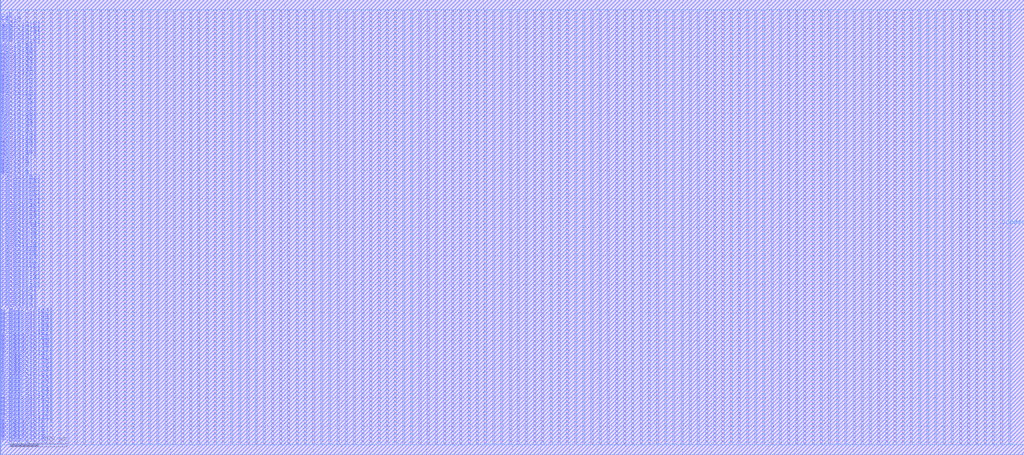
<source format=lef>
VERSION 5.7 ;
BUSBITCHARS "[]" ;
MACRO fakeram130_512x64
  FOREIGN fakeram130_512x64 0 0 ;
  SYMMETRY X Y R90 ;
  SIZE 1800.000 BY 800.000 ;
  CLASS BLOCK ;
  PIN w_mask_in[0]
    DIRECTION INPUT ;
    USE SIGNAL ;
    SHAPE ABUTMENT ;
    PORT
      LAYER met3 ;
      RECT 0.000 17.550 0.900 18.450 ;
    END
  END w_mask_in[0]
  PIN w_mask_in[1]
    DIRECTION INPUT ;
    USE SIGNAL ;
    SHAPE ABUTMENT ;
    PORT
      LAYER met3 ;
      RECT 0.000 21.150 0.900 22.050 ;
    END
  END w_mask_in[1]
  PIN w_mask_in[2]
    DIRECTION INPUT ;
    USE SIGNAL ;
    SHAPE ABUTMENT ;
    PORT
      LAYER met3 ;
      RECT 0.000 24.750 0.900 25.650 ;
    END
  END w_mask_in[2]
  PIN w_mask_in[3]
    DIRECTION INPUT ;
    USE SIGNAL ;
    SHAPE ABUTMENT ;
    PORT
      LAYER met3 ;
      RECT 0.000 28.350 0.900 29.250 ;
    END
  END w_mask_in[3]
  PIN w_mask_in[4]
    DIRECTION INPUT ;
    USE SIGNAL ;
    SHAPE ABUTMENT ;
    PORT
      LAYER met3 ;
      RECT 0.000 31.950 0.900 32.850 ;
    END
  END w_mask_in[4]
  PIN w_mask_in[5]
    DIRECTION INPUT ;
    USE SIGNAL ;
    SHAPE ABUTMENT ;
    PORT
      LAYER met3 ;
      RECT 0.000 35.550 0.900 36.450 ;
    END
  END w_mask_in[5]
  PIN w_mask_in[6]
    DIRECTION INPUT ;
    USE SIGNAL ;
    SHAPE ABUTMENT ;
    PORT
      LAYER met3 ;
      RECT 0.000 39.150 0.900 40.050 ;
    END
  END w_mask_in[6]
  PIN w_mask_in[7]
    DIRECTION INPUT ;
    USE SIGNAL ;
    SHAPE ABUTMENT ;
    PORT
      LAYER met3 ;
      RECT 0.000 42.750 0.900 43.650 ;
    END
  END w_mask_in[7]
  PIN w_mask_in[8]
    DIRECTION INPUT ;
    USE SIGNAL ;
    SHAPE ABUTMENT ;
    PORT
      LAYER met3 ;
      RECT 0.000 46.350 0.900 47.250 ;
    END
  END w_mask_in[8]
  PIN w_mask_in[9]
    DIRECTION INPUT ;
    USE SIGNAL ;
    SHAPE ABUTMENT ;
    PORT
      LAYER met3 ;
      RECT 0.000 49.950 0.900 50.850 ;
    END
  END w_mask_in[9]
  PIN w_mask_in[10]
    DIRECTION INPUT ;
    USE SIGNAL ;
    SHAPE ABUTMENT ;
    PORT
      LAYER met3 ;
      RECT 0.000 53.550 0.900 54.450 ;
    END
  END w_mask_in[10]
  PIN w_mask_in[11]
    DIRECTION INPUT ;
    USE SIGNAL ;
    SHAPE ABUTMENT ;
    PORT
      LAYER met3 ;
      RECT 0.000 57.150 0.900 58.050 ;
    END
  END w_mask_in[11]
  PIN w_mask_in[12]
    DIRECTION INPUT ;
    USE SIGNAL ;
    SHAPE ABUTMENT ;
    PORT
      LAYER met3 ;
      RECT 0.000 60.750 0.900 61.650 ;
    END
  END w_mask_in[12]
  PIN w_mask_in[13]
    DIRECTION INPUT ;
    USE SIGNAL ;
    SHAPE ABUTMENT ;
    PORT
      LAYER met3 ;
      RECT 0.000 64.350 0.900 65.250 ;
    END
  END w_mask_in[13]
  PIN w_mask_in[14]
    DIRECTION INPUT ;
    USE SIGNAL ;
    SHAPE ABUTMENT ;
    PORT
      LAYER met3 ;
      RECT 0.000 67.950 0.900 68.850 ;
    END
  END w_mask_in[14]
  PIN w_mask_in[15]
    DIRECTION INPUT ;
    USE SIGNAL ;
    SHAPE ABUTMENT ;
    PORT
      LAYER met3 ;
      RECT 0.000 71.550 0.900 72.450 ;
    END
  END w_mask_in[15]
  PIN w_mask_in[16]
    DIRECTION INPUT ;
    USE SIGNAL ;
    SHAPE ABUTMENT ;
    PORT
      LAYER met3 ;
      RECT 0.000 75.150 0.900 76.050 ;
    END
  END w_mask_in[16]
  PIN w_mask_in[17]
    DIRECTION INPUT ;
    USE SIGNAL ;
    SHAPE ABUTMENT ;
    PORT
      LAYER met3 ;
      RECT 0.000 78.750 0.900 79.650 ;
    END
  END w_mask_in[17]
  PIN w_mask_in[18]
    DIRECTION INPUT ;
    USE SIGNAL ;
    SHAPE ABUTMENT ;
    PORT
      LAYER met3 ;
      RECT 0.000 82.350 0.900 83.250 ;
    END
  END w_mask_in[18]
  PIN w_mask_in[19]
    DIRECTION INPUT ;
    USE SIGNAL ;
    SHAPE ABUTMENT ;
    PORT
      LAYER met3 ;
      RECT 0.000 85.950 0.900 86.850 ;
    END
  END w_mask_in[19]
  PIN w_mask_in[20]
    DIRECTION INPUT ;
    USE SIGNAL ;
    SHAPE ABUTMENT ;
    PORT
      LAYER met3 ;
      RECT 0.000 89.550 0.900 90.450 ;
    END
  END w_mask_in[20]
  PIN w_mask_in[21]
    DIRECTION INPUT ;
    USE SIGNAL ;
    SHAPE ABUTMENT ;
    PORT
      LAYER met3 ;
      RECT 0.000 93.150 0.900 94.050 ;
    END
  END w_mask_in[21]
  PIN w_mask_in[22]
    DIRECTION INPUT ;
    USE SIGNAL ;
    SHAPE ABUTMENT ;
    PORT
      LAYER met3 ;
      RECT 0.000 96.750 0.900 97.650 ;
    END
  END w_mask_in[22]
  PIN w_mask_in[23]
    DIRECTION INPUT ;
    USE SIGNAL ;
    SHAPE ABUTMENT ;
    PORT
      LAYER met3 ;
      RECT 0.000 100.350 0.900 101.250 ;
    END
  END w_mask_in[23]
  PIN w_mask_in[24]
    DIRECTION INPUT ;
    USE SIGNAL ;
    SHAPE ABUTMENT ;
    PORT
      LAYER met3 ;
      RECT 0.000 103.950 0.900 104.850 ;
    END
  END w_mask_in[24]
  PIN w_mask_in[25]
    DIRECTION INPUT ;
    USE SIGNAL ;
    SHAPE ABUTMENT ;
    PORT
      LAYER met3 ;
      RECT 0.000 107.550 0.900 108.450 ;
    END
  END w_mask_in[25]
  PIN w_mask_in[26]
    DIRECTION INPUT ;
    USE SIGNAL ;
    SHAPE ABUTMENT ;
    PORT
      LAYER met3 ;
      RECT 0.000 111.150 0.900 112.050 ;
    END
  END w_mask_in[26]
  PIN w_mask_in[27]
    DIRECTION INPUT ;
    USE SIGNAL ;
    SHAPE ABUTMENT ;
    PORT
      LAYER met3 ;
      RECT 0.000 114.750 0.900 115.650 ;
    END
  END w_mask_in[27]
  PIN w_mask_in[28]
    DIRECTION INPUT ;
    USE SIGNAL ;
    SHAPE ABUTMENT ;
    PORT
      LAYER met3 ;
      RECT 0.000 118.350 0.900 119.250 ;
    END
  END w_mask_in[28]
  PIN w_mask_in[29]
    DIRECTION INPUT ;
    USE SIGNAL ;
    SHAPE ABUTMENT ;
    PORT
      LAYER met3 ;
      RECT 0.000 121.950 0.900 122.850 ;
    END
  END w_mask_in[29]
  PIN w_mask_in[30]
    DIRECTION INPUT ;
    USE SIGNAL ;
    SHAPE ABUTMENT ;
    PORT
      LAYER met3 ;
      RECT 0.000 125.550 0.900 126.450 ;
    END
  END w_mask_in[30]
  PIN w_mask_in[31]
    DIRECTION INPUT ;
    USE SIGNAL ;
    SHAPE ABUTMENT ;
    PORT
      LAYER met3 ;
      RECT 0.000 129.150 0.900 130.050 ;
    END
  END w_mask_in[31]
  PIN w_mask_in[32]
    DIRECTION INPUT ;
    USE SIGNAL ;
    SHAPE ABUTMENT ;
    PORT
      LAYER met3 ;
      RECT 0.000 132.750 0.900 133.650 ;
    END
  END w_mask_in[32]
  PIN w_mask_in[33]
    DIRECTION INPUT ;
    USE SIGNAL ;
    SHAPE ABUTMENT ;
    PORT
      LAYER met3 ;
      RECT 0.000 136.350 0.900 137.250 ;
    END
  END w_mask_in[33]
  PIN w_mask_in[34]
    DIRECTION INPUT ;
    USE SIGNAL ;
    SHAPE ABUTMENT ;
    PORT
      LAYER met3 ;
      RECT 0.000 139.950 0.900 140.850 ;
    END
  END w_mask_in[34]
  PIN w_mask_in[35]
    DIRECTION INPUT ;
    USE SIGNAL ;
    SHAPE ABUTMENT ;
    PORT
      LAYER met3 ;
      RECT 0.000 143.550 0.900 144.450 ;
    END
  END w_mask_in[35]
  PIN w_mask_in[36]
    DIRECTION INPUT ;
    USE SIGNAL ;
    SHAPE ABUTMENT ;
    PORT
      LAYER met3 ;
      RECT 0.000 147.150 0.900 148.050 ;
    END
  END w_mask_in[36]
  PIN w_mask_in[37]
    DIRECTION INPUT ;
    USE SIGNAL ;
    SHAPE ABUTMENT ;
    PORT
      LAYER met3 ;
      RECT 0.000 150.750 0.900 151.650 ;
    END
  END w_mask_in[37]
  PIN w_mask_in[38]
    DIRECTION INPUT ;
    USE SIGNAL ;
    SHAPE ABUTMENT ;
    PORT
      LAYER met3 ;
      RECT 0.000 154.350 0.900 155.250 ;
    END
  END w_mask_in[38]
  PIN w_mask_in[39]
    DIRECTION INPUT ;
    USE SIGNAL ;
    SHAPE ABUTMENT ;
    PORT
      LAYER met3 ;
      RECT 0.000 157.950 0.900 158.850 ;
    END
  END w_mask_in[39]
  PIN w_mask_in[40]
    DIRECTION INPUT ;
    USE SIGNAL ;
    SHAPE ABUTMENT ;
    PORT
      LAYER met3 ;
      RECT 0.000 161.550 0.900 162.450 ;
    END
  END w_mask_in[40]
  PIN w_mask_in[41]
    DIRECTION INPUT ;
    USE SIGNAL ;
    SHAPE ABUTMENT ;
    PORT
      LAYER met3 ;
      RECT 0.000 165.150 0.900 166.050 ;
    END
  END w_mask_in[41]
  PIN w_mask_in[42]
    DIRECTION INPUT ;
    USE SIGNAL ;
    SHAPE ABUTMENT ;
    PORT
      LAYER met3 ;
      RECT 0.000 168.750 0.900 169.650 ;
    END
  END w_mask_in[42]
  PIN w_mask_in[43]
    DIRECTION INPUT ;
    USE SIGNAL ;
    SHAPE ABUTMENT ;
    PORT
      LAYER met3 ;
      RECT 0.000 172.350 0.900 173.250 ;
    END
  END w_mask_in[43]
  PIN w_mask_in[44]
    DIRECTION INPUT ;
    USE SIGNAL ;
    SHAPE ABUTMENT ;
    PORT
      LAYER met3 ;
      RECT 0.000 175.950 0.900 176.850 ;
    END
  END w_mask_in[44]
  PIN w_mask_in[45]
    DIRECTION INPUT ;
    USE SIGNAL ;
    SHAPE ABUTMENT ;
    PORT
      LAYER met3 ;
      RECT 0.000 179.550 0.900 180.450 ;
    END
  END w_mask_in[45]
  PIN w_mask_in[46]
    DIRECTION INPUT ;
    USE SIGNAL ;
    SHAPE ABUTMENT ;
    PORT
      LAYER met3 ;
      RECT 0.000 183.150 0.900 184.050 ;
    END
  END w_mask_in[46]
  PIN w_mask_in[47]
    DIRECTION INPUT ;
    USE SIGNAL ;
    SHAPE ABUTMENT ;
    PORT
      LAYER met3 ;
      RECT 0.000 186.750 0.900 187.650 ;
    END
  END w_mask_in[47]
  PIN w_mask_in[48]
    DIRECTION INPUT ;
    USE SIGNAL ;
    SHAPE ABUTMENT ;
    PORT
      LAYER met3 ;
      RECT 0.000 190.350 0.900 191.250 ;
    END
  END w_mask_in[48]
  PIN w_mask_in[49]
    DIRECTION INPUT ;
    USE SIGNAL ;
    SHAPE ABUTMENT ;
    PORT
      LAYER met3 ;
      RECT 0.000 193.950 0.900 194.850 ;
    END
  END w_mask_in[49]
  PIN w_mask_in[50]
    DIRECTION INPUT ;
    USE SIGNAL ;
    SHAPE ABUTMENT ;
    PORT
      LAYER met3 ;
      RECT 0.000 197.550 0.900 198.450 ;
    END
  END w_mask_in[50]
  PIN w_mask_in[51]
    DIRECTION INPUT ;
    USE SIGNAL ;
    SHAPE ABUTMENT ;
    PORT
      LAYER met3 ;
      RECT 0.000 201.150 0.900 202.050 ;
    END
  END w_mask_in[51]
  PIN w_mask_in[52]
    DIRECTION INPUT ;
    USE SIGNAL ;
    SHAPE ABUTMENT ;
    PORT
      LAYER met3 ;
      RECT 0.000 204.750 0.900 205.650 ;
    END
  END w_mask_in[52]
  PIN w_mask_in[53]
    DIRECTION INPUT ;
    USE SIGNAL ;
    SHAPE ABUTMENT ;
    PORT
      LAYER met3 ;
      RECT 0.000 208.350 0.900 209.250 ;
    END
  END w_mask_in[53]
  PIN w_mask_in[54]
    DIRECTION INPUT ;
    USE SIGNAL ;
    SHAPE ABUTMENT ;
    PORT
      LAYER met3 ;
      RECT 0.000 211.950 0.900 212.850 ;
    END
  END w_mask_in[54]
  PIN w_mask_in[55]
    DIRECTION INPUT ;
    USE SIGNAL ;
    SHAPE ABUTMENT ;
    PORT
      LAYER met3 ;
      RECT 0.000 215.550 0.900 216.450 ;
    END
  END w_mask_in[55]
  PIN w_mask_in[56]
    DIRECTION INPUT ;
    USE SIGNAL ;
    SHAPE ABUTMENT ;
    PORT
      LAYER met3 ;
      RECT 0.000 219.150 0.900 220.050 ;
    END
  END w_mask_in[56]
  PIN w_mask_in[57]
    DIRECTION INPUT ;
    USE SIGNAL ;
    SHAPE ABUTMENT ;
    PORT
      LAYER met3 ;
      RECT 0.000 222.750 0.900 223.650 ;
    END
  END w_mask_in[57]
  PIN w_mask_in[58]
    DIRECTION INPUT ;
    USE SIGNAL ;
    SHAPE ABUTMENT ;
    PORT
      LAYER met3 ;
      RECT 0.000 226.350 0.900 227.250 ;
    END
  END w_mask_in[58]
  PIN w_mask_in[59]
    DIRECTION INPUT ;
    USE SIGNAL ;
    SHAPE ABUTMENT ;
    PORT
      LAYER met3 ;
      RECT 0.000 229.950 0.900 230.850 ;
    END
  END w_mask_in[59]
  PIN w_mask_in[60]
    DIRECTION INPUT ;
    USE SIGNAL ;
    SHAPE ABUTMENT ;
    PORT
      LAYER met3 ;
      RECT 0.000 233.550 0.900 234.450 ;
    END
  END w_mask_in[60]
  PIN w_mask_in[61]
    DIRECTION INPUT ;
    USE SIGNAL ;
    SHAPE ABUTMENT ;
    PORT
      LAYER met3 ;
      RECT 0.000 237.150 0.900 238.050 ;
    END
  END w_mask_in[61]
  PIN w_mask_in[62]
    DIRECTION INPUT ;
    USE SIGNAL ;
    SHAPE ABUTMENT ;
    PORT
      LAYER met3 ;
      RECT 0.000 240.750 0.900 241.650 ;
    END
  END w_mask_in[62]
  PIN w_mask_in[63]
    DIRECTION INPUT ;
    USE SIGNAL ;
    SHAPE ABUTMENT ;
    PORT
      LAYER met3 ;
      RECT 0.000 244.350 0.900 245.250 ;
    END
  END w_mask_in[63]
  PIN rd_out[0]
    DIRECTION OUTPUT ;
    USE SIGNAL ;
    SHAPE ABUTMENT ;
    PORT
      LAYER met3 ;
      RECT 0.000 251.550 0.900 252.450 ;
    END
  END rd_out[0]
  PIN rd_out[1]
    DIRECTION OUTPUT ;
    USE SIGNAL ;
    SHAPE ABUTMENT ;
    PORT
      LAYER met3 ;
      RECT 0.000 255.150 0.900 256.050 ;
    END
  END rd_out[1]
  PIN rd_out[2]
    DIRECTION OUTPUT ;
    USE SIGNAL ;
    SHAPE ABUTMENT ;
    PORT
      LAYER met3 ;
      RECT 0.000 258.750 0.900 259.650 ;
    END
  END rd_out[2]
  PIN rd_out[3]
    DIRECTION OUTPUT ;
    USE SIGNAL ;
    SHAPE ABUTMENT ;
    PORT
      LAYER met3 ;
      RECT 0.000 262.350 0.900 263.250 ;
    END
  END rd_out[3]
  PIN rd_out[4]
    DIRECTION OUTPUT ;
    USE SIGNAL ;
    SHAPE ABUTMENT ;
    PORT
      LAYER met3 ;
      RECT 0.000 265.950 0.900 266.850 ;
    END
  END rd_out[4]
  PIN rd_out[5]
    DIRECTION OUTPUT ;
    USE SIGNAL ;
    SHAPE ABUTMENT ;
    PORT
      LAYER met3 ;
      RECT 0.000 269.550 0.900 270.450 ;
    END
  END rd_out[5]
  PIN rd_out[6]
    DIRECTION OUTPUT ;
    USE SIGNAL ;
    SHAPE ABUTMENT ;
    PORT
      LAYER met3 ;
      RECT 0.000 273.150 0.900 274.050 ;
    END
  END rd_out[6]
  PIN rd_out[7]
    DIRECTION OUTPUT ;
    USE SIGNAL ;
    SHAPE ABUTMENT ;
    PORT
      LAYER met3 ;
      RECT 0.000 276.750 0.900 277.650 ;
    END
  END rd_out[7]
  PIN rd_out[8]
    DIRECTION OUTPUT ;
    USE SIGNAL ;
    SHAPE ABUTMENT ;
    PORT
      LAYER met3 ;
      RECT 0.000 280.350 0.900 281.250 ;
    END
  END rd_out[8]
  PIN rd_out[9]
    DIRECTION OUTPUT ;
    USE SIGNAL ;
    SHAPE ABUTMENT ;
    PORT
      LAYER met3 ;
      RECT 0.000 283.950 0.900 284.850 ;
    END
  END rd_out[9]
  PIN rd_out[10]
    DIRECTION OUTPUT ;
    USE SIGNAL ;
    SHAPE ABUTMENT ;
    PORT
      LAYER met3 ;
      RECT 0.000 287.550 0.900 288.450 ;
    END
  END rd_out[10]
  PIN rd_out[11]
    DIRECTION OUTPUT ;
    USE SIGNAL ;
    SHAPE ABUTMENT ;
    PORT
      LAYER met3 ;
      RECT 0.000 291.150 0.900 292.050 ;
    END
  END rd_out[11]
  PIN rd_out[12]
    DIRECTION OUTPUT ;
    USE SIGNAL ;
    SHAPE ABUTMENT ;
    PORT
      LAYER met3 ;
      RECT 0.000 294.750 0.900 295.650 ;
    END
  END rd_out[12]
  PIN rd_out[13]
    DIRECTION OUTPUT ;
    USE SIGNAL ;
    SHAPE ABUTMENT ;
    PORT
      LAYER met3 ;
      RECT 0.000 298.350 0.900 299.250 ;
    END
  END rd_out[13]
  PIN rd_out[14]
    DIRECTION OUTPUT ;
    USE SIGNAL ;
    SHAPE ABUTMENT ;
    PORT
      LAYER met3 ;
      RECT 0.000 301.950 0.900 302.850 ;
    END
  END rd_out[14]
  PIN rd_out[15]
    DIRECTION OUTPUT ;
    USE SIGNAL ;
    SHAPE ABUTMENT ;
    PORT
      LAYER met3 ;
      RECT 0.000 305.550 0.900 306.450 ;
    END
  END rd_out[15]
  PIN rd_out[16]
    DIRECTION OUTPUT ;
    USE SIGNAL ;
    SHAPE ABUTMENT ;
    PORT
      LAYER met3 ;
      RECT 0.000 309.150 0.900 310.050 ;
    END
  END rd_out[16]
  PIN rd_out[17]
    DIRECTION OUTPUT ;
    USE SIGNAL ;
    SHAPE ABUTMENT ;
    PORT
      LAYER met3 ;
      RECT 0.000 312.750 0.900 313.650 ;
    END
  END rd_out[17]
  PIN rd_out[18]
    DIRECTION OUTPUT ;
    USE SIGNAL ;
    SHAPE ABUTMENT ;
    PORT
      LAYER met3 ;
      RECT 0.000 316.350 0.900 317.250 ;
    END
  END rd_out[18]
  PIN rd_out[19]
    DIRECTION OUTPUT ;
    USE SIGNAL ;
    SHAPE ABUTMENT ;
    PORT
      LAYER met3 ;
      RECT 0.000 319.950 0.900 320.850 ;
    END
  END rd_out[19]
  PIN rd_out[20]
    DIRECTION OUTPUT ;
    USE SIGNAL ;
    SHAPE ABUTMENT ;
    PORT
      LAYER met3 ;
      RECT 0.000 323.550 0.900 324.450 ;
    END
  END rd_out[20]
  PIN rd_out[21]
    DIRECTION OUTPUT ;
    USE SIGNAL ;
    SHAPE ABUTMENT ;
    PORT
      LAYER met3 ;
      RECT 0.000 327.150 0.900 328.050 ;
    END
  END rd_out[21]
  PIN rd_out[22]
    DIRECTION OUTPUT ;
    USE SIGNAL ;
    SHAPE ABUTMENT ;
    PORT
      LAYER met3 ;
      RECT 0.000 330.750 0.900 331.650 ;
    END
  END rd_out[22]
  PIN rd_out[23]
    DIRECTION OUTPUT ;
    USE SIGNAL ;
    SHAPE ABUTMENT ;
    PORT
      LAYER met3 ;
      RECT 0.000 334.350 0.900 335.250 ;
    END
  END rd_out[23]
  PIN rd_out[24]
    DIRECTION OUTPUT ;
    USE SIGNAL ;
    SHAPE ABUTMENT ;
    PORT
      LAYER met3 ;
      RECT 0.000 337.950 0.900 338.850 ;
    END
  END rd_out[24]
  PIN rd_out[25]
    DIRECTION OUTPUT ;
    USE SIGNAL ;
    SHAPE ABUTMENT ;
    PORT
      LAYER met3 ;
      RECT 0.000 341.550 0.900 342.450 ;
    END
  END rd_out[25]
  PIN rd_out[26]
    DIRECTION OUTPUT ;
    USE SIGNAL ;
    SHAPE ABUTMENT ;
    PORT
      LAYER met3 ;
      RECT 0.000 345.150 0.900 346.050 ;
    END
  END rd_out[26]
  PIN rd_out[27]
    DIRECTION OUTPUT ;
    USE SIGNAL ;
    SHAPE ABUTMENT ;
    PORT
      LAYER met3 ;
      RECT 0.000 348.750 0.900 349.650 ;
    END
  END rd_out[27]
  PIN rd_out[28]
    DIRECTION OUTPUT ;
    USE SIGNAL ;
    SHAPE ABUTMENT ;
    PORT
      LAYER met3 ;
      RECT 0.000 352.350 0.900 353.250 ;
    END
  END rd_out[28]
  PIN rd_out[29]
    DIRECTION OUTPUT ;
    USE SIGNAL ;
    SHAPE ABUTMENT ;
    PORT
      LAYER met3 ;
      RECT 0.000 355.950 0.900 356.850 ;
    END
  END rd_out[29]
  PIN rd_out[30]
    DIRECTION OUTPUT ;
    USE SIGNAL ;
    SHAPE ABUTMENT ;
    PORT
      LAYER met3 ;
      RECT 0.000 359.550 0.900 360.450 ;
    END
  END rd_out[30]
  PIN rd_out[31]
    DIRECTION OUTPUT ;
    USE SIGNAL ;
    SHAPE ABUTMENT ;
    PORT
      LAYER met3 ;
      RECT 0.000 363.150 0.900 364.050 ;
    END
  END rd_out[31]
  PIN rd_out[32]
    DIRECTION OUTPUT ;
    USE SIGNAL ;
    SHAPE ABUTMENT ;
    PORT
      LAYER met3 ;
      RECT 0.000 366.750 0.900 367.650 ;
    END
  END rd_out[32]
  PIN rd_out[33]
    DIRECTION OUTPUT ;
    USE SIGNAL ;
    SHAPE ABUTMENT ;
    PORT
      LAYER met3 ;
      RECT 0.000 370.350 0.900 371.250 ;
    END
  END rd_out[33]
  PIN rd_out[34]
    DIRECTION OUTPUT ;
    USE SIGNAL ;
    SHAPE ABUTMENT ;
    PORT
      LAYER met3 ;
      RECT 0.000 373.950 0.900 374.850 ;
    END
  END rd_out[34]
  PIN rd_out[35]
    DIRECTION OUTPUT ;
    USE SIGNAL ;
    SHAPE ABUTMENT ;
    PORT
      LAYER met3 ;
      RECT 0.000 377.550 0.900 378.450 ;
    END
  END rd_out[35]
  PIN rd_out[36]
    DIRECTION OUTPUT ;
    USE SIGNAL ;
    SHAPE ABUTMENT ;
    PORT
      LAYER met3 ;
      RECT 0.000 381.150 0.900 382.050 ;
    END
  END rd_out[36]
  PIN rd_out[37]
    DIRECTION OUTPUT ;
    USE SIGNAL ;
    SHAPE ABUTMENT ;
    PORT
      LAYER met3 ;
      RECT 0.000 384.750 0.900 385.650 ;
    END
  END rd_out[37]
  PIN rd_out[38]
    DIRECTION OUTPUT ;
    USE SIGNAL ;
    SHAPE ABUTMENT ;
    PORT
      LAYER met3 ;
      RECT 0.000 388.350 0.900 389.250 ;
    END
  END rd_out[38]
  PIN rd_out[39]
    DIRECTION OUTPUT ;
    USE SIGNAL ;
    SHAPE ABUTMENT ;
    PORT
      LAYER met3 ;
      RECT 0.000 391.950 0.900 392.850 ;
    END
  END rd_out[39]
  PIN rd_out[40]
    DIRECTION OUTPUT ;
    USE SIGNAL ;
    SHAPE ABUTMENT ;
    PORT
      LAYER met3 ;
      RECT 0.000 395.550 0.900 396.450 ;
    END
  END rd_out[40]
  PIN rd_out[41]
    DIRECTION OUTPUT ;
    USE SIGNAL ;
    SHAPE ABUTMENT ;
    PORT
      LAYER met3 ;
      RECT 0.000 399.150 0.900 400.050 ;
    END
  END rd_out[41]
  PIN rd_out[42]
    DIRECTION OUTPUT ;
    USE SIGNAL ;
    SHAPE ABUTMENT ;
    PORT
      LAYER met3 ;
      RECT 0.000 402.750 0.900 403.650 ;
    END
  END rd_out[42]
  PIN rd_out[43]
    DIRECTION OUTPUT ;
    USE SIGNAL ;
    SHAPE ABUTMENT ;
    PORT
      LAYER met3 ;
      RECT 0.000 406.350 0.900 407.250 ;
    END
  END rd_out[43]
  PIN rd_out[44]
    DIRECTION OUTPUT ;
    USE SIGNAL ;
    SHAPE ABUTMENT ;
    PORT
      LAYER met3 ;
      RECT 0.000 409.950 0.900 410.850 ;
    END
  END rd_out[44]
  PIN rd_out[45]
    DIRECTION OUTPUT ;
    USE SIGNAL ;
    SHAPE ABUTMENT ;
    PORT
      LAYER met3 ;
      RECT 0.000 413.550 0.900 414.450 ;
    END
  END rd_out[45]
  PIN rd_out[46]
    DIRECTION OUTPUT ;
    USE SIGNAL ;
    SHAPE ABUTMENT ;
    PORT
      LAYER met3 ;
      RECT 0.000 417.150 0.900 418.050 ;
    END
  END rd_out[46]
  PIN rd_out[47]
    DIRECTION OUTPUT ;
    USE SIGNAL ;
    SHAPE ABUTMENT ;
    PORT
      LAYER met3 ;
      RECT 0.000 420.750 0.900 421.650 ;
    END
  END rd_out[47]
  PIN rd_out[48]
    DIRECTION OUTPUT ;
    USE SIGNAL ;
    SHAPE ABUTMENT ;
    PORT
      LAYER met3 ;
      RECT 0.000 424.350 0.900 425.250 ;
    END
  END rd_out[48]
  PIN rd_out[49]
    DIRECTION OUTPUT ;
    USE SIGNAL ;
    SHAPE ABUTMENT ;
    PORT
      LAYER met3 ;
      RECT 0.000 427.950 0.900 428.850 ;
    END
  END rd_out[49]
  PIN rd_out[50]
    DIRECTION OUTPUT ;
    USE SIGNAL ;
    SHAPE ABUTMENT ;
    PORT
      LAYER met3 ;
      RECT 0.000 431.550 0.900 432.450 ;
    END
  END rd_out[50]
  PIN rd_out[51]
    DIRECTION OUTPUT ;
    USE SIGNAL ;
    SHAPE ABUTMENT ;
    PORT
      LAYER met3 ;
      RECT 0.000 435.150 0.900 436.050 ;
    END
  END rd_out[51]
  PIN rd_out[52]
    DIRECTION OUTPUT ;
    USE SIGNAL ;
    SHAPE ABUTMENT ;
    PORT
      LAYER met3 ;
      RECT 0.000 438.750 0.900 439.650 ;
    END
  END rd_out[52]
  PIN rd_out[53]
    DIRECTION OUTPUT ;
    USE SIGNAL ;
    SHAPE ABUTMENT ;
    PORT
      LAYER met3 ;
      RECT 0.000 442.350 0.900 443.250 ;
    END
  END rd_out[53]
  PIN rd_out[54]
    DIRECTION OUTPUT ;
    USE SIGNAL ;
    SHAPE ABUTMENT ;
    PORT
      LAYER met3 ;
      RECT 0.000 445.950 0.900 446.850 ;
    END
  END rd_out[54]
  PIN rd_out[55]
    DIRECTION OUTPUT ;
    USE SIGNAL ;
    SHAPE ABUTMENT ;
    PORT
      LAYER met3 ;
      RECT 0.000 449.550 0.900 450.450 ;
    END
  END rd_out[55]
  PIN rd_out[56]
    DIRECTION OUTPUT ;
    USE SIGNAL ;
    SHAPE ABUTMENT ;
    PORT
      LAYER met3 ;
      RECT 0.000 453.150 0.900 454.050 ;
    END
  END rd_out[56]
  PIN rd_out[57]
    DIRECTION OUTPUT ;
    USE SIGNAL ;
    SHAPE ABUTMENT ;
    PORT
      LAYER met3 ;
      RECT 0.000 456.750 0.900 457.650 ;
    END
  END rd_out[57]
  PIN rd_out[58]
    DIRECTION OUTPUT ;
    USE SIGNAL ;
    SHAPE ABUTMENT ;
    PORT
      LAYER met3 ;
      RECT 0.000 460.350 0.900 461.250 ;
    END
  END rd_out[58]
  PIN rd_out[59]
    DIRECTION OUTPUT ;
    USE SIGNAL ;
    SHAPE ABUTMENT ;
    PORT
      LAYER met3 ;
      RECT 0.000 463.950 0.900 464.850 ;
    END
  END rd_out[59]
  PIN rd_out[60]
    DIRECTION OUTPUT ;
    USE SIGNAL ;
    SHAPE ABUTMENT ;
    PORT
      LAYER met3 ;
      RECT 0.000 467.550 0.900 468.450 ;
    END
  END rd_out[60]
  PIN rd_out[61]
    DIRECTION OUTPUT ;
    USE SIGNAL ;
    SHAPE ABUTMENT ;
    PORT
      LAYER met3 ;
      RECT 0.000 471.150 0.900 472.050 ;
    END
  END rd_out[61]
  PIN rd_out[62]
    DIRECTION OUTPUT ;
    USE SIGNAL ;
    SHAPE ABUTMENT ;
    PORT
      LAYER met3 ;
      RECT 0.000 474.750 0.900 475.650 ;
    END
  END rd_out[62]
  PIN rd_out[63]
    DIRECTION OUTPUT ;
    USE SIGNAL ;
    SHAPE ABUTMENT ;
    PORT
      LAYER met3 ;
      RECT 0.000 478.350 0.900 479.250 ;
    END
  END rd_out[63]
  PIN wd_in[0]
    DIRECTION INPUT ;
    USE SIGNAL ;
    SHAPE ABUTMENT ;
    PORT
      LAYER met3 ;
      RECT 0.000 485.550 0.900 486.450 ;
    END
  END wd_in[0]
  PIN wd_in[1]
    DIRECTION INPUT ;
    USE SIGNAL ;
    SHAPE ABUTMENT ;
    PORT
      LAYER met3 ;
      RECT 0.000 489.150 0.900 490.050 ;
    END
  END wd_in[1]
  PIN wd_in[2]
    DIRECTION INPUT ;
    USE SIGNAL ;
    SHAPE ABUTMENT ;
    PORT
      LAYER met3 ;
      RECT 0.000 492.750 0.900 493.650 ;
    END
  END wd_in[2]
  PIN wd_in[3]
    DIRECTION INPUT ;
    USE SIGNAL ;
    SHAPE ABUTMENT ;
    PORT
      LAYER met3 ;
      RECT 0.000 496.350 0.900 497.250 ;
    END
  END wd_in[3]
  PIN wd_in[4]
    DIRECTION INPUT ;
    USE SIGNAL ;
    SHAPE ABUTMENT ;
    PORT
      LAYER met3 ;
      RECT 0.000 499.950 0.900 500.850 ;
    END
  END wd_in[4]
  PIN wd_in[5]
    DIRECTION INPUT ;
    USE SIGNAL ;
    SHAPE ABUTMENT ;
    PORT
      LAYER met3 ;
      RECT 0.000 503.550 0.900 504.450 ;
    END
  END wd_in[5]
  PIN wd_in[6]
    DIRECTION INPUT ;
    USE SIGNAL ;
    SHAPE ABUTMENT ;
    PORT
      LAYER met3 ;
      RECT 0.000 507.150 0.900 508.050 ;
    END
  END wd_in[6]
  PIN wd_in[7]
    DIRECTION INPUT ;
    USE SIGNAL ;
    SHAPE ABUTMENT ;
    PORT
      LAYER met3 ;
      RECT 0.000 510.750 0.900 511.650 ;
    END
  END wd_in[7]
  PIN wd_in[8]
    DIRECTION INPUT ;
    USE SIGNAL ;
    SHAPE ABUTMENT ;
    PORT
      LAYER met3 ;
      RECT 0.000 514.350 0.900 515.250 ;
    END
  END wd_in[8]
  PIN wd_in[9]
    DIRECTION INPUT ;
    USE SIGNAL ;
    SHAPE ABUTMENT ;
    PORT
      LAYER met3 ;
      RECT 0.000 517.950 0.900 518.850 ;
    END
  END wd_in[9]
  PIN wd_in[10]
    DIRECTION INPUT ;
    USE SIGNAL ;
    SHAPE ABUTMENT ;
    PORT
      LAYER met3 ;
      RECT 0.000 521.550 0.900 522.450 ;
    END
  END wd_in[10]
  PIN wd_in[11]
    DIRECTION INPUT ;
    USE SIGNAL ;
    SHAPE ABUTMENT ;
    PORT
      LAYER met3 ;
      RECT 0.000 525.150 0.900 526.050 ;
    END
  END wd_in[11]
  PIN wd_in[12]
    DIRECTION INPUT ;
    USE SIGNAL ;
    SHAPE ABUTMENT ;
    PORT
      LAYER met3 ;
      RECT 0.000 528.750 0.900 529.650 ;
    END
  END wd_in[12]
  PIN wd_in[13]
    DIRECTION INPUT ;
    USE SIGNAL ;
    SHAPE ABUTMENT ;
    PORT
      LAYER met3 ;
      RECT 0.000 532.350 0.900 533.250 ;
    END
  END wd_in[13]
  PIN wd_in[14]
    DIRECTION INPUT ;
    USE SIGNAL ;
    SHAPE ABUTMENT ;
    PORT
      LAYER met3 ;
      RECT 0.000 535.950 0.900 536.850 ;
    END
  END wd_in[14]
  PIN wd_in[15]
    DIRECTION INPUT ;
    USE SIGNAL ;
    SHAPE ABUTMENT ;
    PORT
      LAYER met3 ;
      RECT 0.000 539.550 0.900 540.450 ;
    END
  END wd_in[15]
  PIN wd_in[16]
    DIRECTION INPUT ;
    USE SIGNAL ;
    SHAPE ABUTMENT ;
    PORT
      LAYER met3 ;
      RECT 0.000 543.150 0.900 544.050 ;
    END
  END wd_in[16]
  PIN wd_in[17]
    DIRECTION INPUT ;
    USE SIGNAL ;
    SHAPE ABUTMENT ;
    PORT
      LAYER met3 ;
      RECT 0.000 546.750 0.900 547.650 ;
    END
  END wd_in[17]
  PIN wd_in[18]
    DIRECTION INPUT ;
    USE SIGNAL ;
    SHAPE ABUTMENT ;
    PORT
      LAYER met3 ;
      RECT 0.000 550.350 0.900 551.250 ;
    END
  END wd_in[18]
  PIN wd_in[19]
    DIRECTION INPUT ;
    USE SIGNAL ;
    SHAPE ABUTMENT ;
    PORT
      LAYER met3 ;
      RECT 0.000 553.950 0.900 554.850 ;
    END
  END wd_in[19]
  PIN wd_in[20]
    DIRECTION INPUT ;
    USE SIGNAL ;
    SHAPE ABUTMENT ;
    PORT
      LAYER met3 ;
      RECT 0.000 557.550 0.900 558.450 ;
    END
  END wd_in[20]
  PIN wd_in[21]
    DIRECTION INPUT ;
    USE SIGNAL ;
    SHAPE ABUTMENT ;
    PORT
      LAYER met3 ;
      RECT 0.000 561.150 0.900 562.050 ;
    END
  END wd_in[21]
  PIN wd_in[22]
    DIRECTION INPUT ;
    USE SIGNAL ;
    SHAPE ABUTMENT ;
    PORT
      LAYER met3 ;
      RECT 0.000 564.750 0.900 565.650 ;
    END
  END wd_in[22]
  PIN wd_in[23]
    DIRECTION INPUT ;
    USE SIGNAL ;
    SHAPE ABUTMENT ;
    PORT
      LAYER met3 ;
      RECT 0.000 568.350 0.900 569.250 ;
    END
  END wd_in[23]
  PIN wd_in[24]
    DIRECTION INPUT ;
    USE SIGNAL ;
    SHAPE ABUTMENT ;
    PORT
      LAYER met3 ;
      RECT 0.000 571.950 0.900 572.850 ;
    END
  END wd_in[24]
  PIN wd_in[25]
    DIRECTION INPUT ;
    USE SIGNAL ;
    SHAPE ABUTMENT ;
    PORT
      LAYER met3 ;
      RECT 0.000 575.550 0.900 576.450 ;
    END
  END wd_in[25]
  PIN wd_in[26]
    DIRECTION INPUT ;
    USE SIGNAL ;
    SHAPE ABUTMENT ;
    PORT
      LAYER met3 ;
      RECT 0.000 579.150 0.900 580.050 ;
    END
  END wd_in[26]
  PIN wd_in[27]
    DIRECTION INPUT ;
    USE SIGNAL ;
    SHAPE ABUTMENT ;
    PORT
      LAYER met3 ;
      RECT 0.000 582.750 0.900 583.650 ;
    END
  END wd_in[27]
  PIN wd_in[28]
    DIRECTION INPUT ;
    USE SIGNAL ;
    SHAPE ABUTMENT ;
    PORT
      LAYER met3 ;
      RECT 0.000 586.350 0.900 587.250 ;
    END
  END wd_in[28]
  PIN wd_in[29]
    DIRECTION INPUT ;
    USE SIGNAL ;
    SHAPE ABUTMENT ;
    PORT
      LAYER met3 ;
      RECT 0.000 589.950 0.900 590.850 ;
    END
  END wd_in[29]
  PIN wd_in[30]
    DIRECTION INPUT ;
    USE SIGNAL ;
    SHAPE ABUTMENT ;
    PORT
      LAYER met3 ;
      RECT 0.000 593.550 0.900 594.450 ;
    END
  END wd_in[30]
  PIN wd_in[31]
    DIRECTION INPUT ;
    USE SIGNAL ;
    SHAPE ABUTMENT ;
    PORT
      LAYER met3 ;
      RECT 0.000 597.150 0.900 598.050 ;
    END
  END wd_in[31]
  PIN wd_in[32]
    DIRECTION INPUT ;
    USE SIGNAL ;
    SHAPE ABUTMENT ;
    PORT
      LAYER met3 ;
      RECT 0.000 600.750 0.900 601.650 ;
    END
  END wd_in[32]
  PIN wd_in[33]
    DIRECTION INPUT ;
    USE SIGNAL ;
    SHAPE ABUTMENT ;
    PORT
      LAYER met3 ;
      RECT 0.000 604.350 0.900 605.250 ;
    END
  END wd_in[33]
  PIN wd_in[34]
    DIRECTION INPUT ;
    USE SIGNAL ;
    SHAPE ABUTMENT ;
    PORT
      LAYER met3 ;
      RECT 0.000 607.950 0.900 608.850 ;
    END
  END wd_in[34]
  PIN wd_in[35]
    DIRECTION INPUT ;
    USE SIGNAL ;
    SHAPE ABUTMENT ;
    PORT
      LAYER met3 ;
      RECT 0.000 611.550 0.900 612.450 ;
    END
  END wd_in[35]
  PIN wd_in[36]
    DIRECTION INPUT ;
    USE SIGNAL ;
    SHAPE ABUTMENT ;
    PORT
      LAYER met3 ;
      RECT 0.000 615.150 0.900 616.050 ;
    END
  END wd_in[36]
  PIN wd_in[37]
    DIRECTION INPUT ;
    USE SIGNAL ;
    SHAPE ABUTMENT ;
    PORT
      LAYER met3 ;
      RECT 0.000 618.750 0.900 619.650 ;
    END
  END wd_in[37]
  PIN wd_in[38]
    DIRECTION INPUT ;
    USE SIGNAL ;
    SHAPE ABUTMENT ;
    PORT
      LAYER met3 ;
      RECT 0.000 622.350 0.900 623.250 ;
    END
  END wd_in[38]
  PIN wd_in[39]
    DIRECTION INPUT ;
    USE SIGNAL ;
    SHAPE ABUTMENT ;
    PORT
      LAYER met3 ;
      RECT 0.000 625.950 0.900 626.850 ;
    END
  END wd_in[39]
  PIN wd_in[40]
    DIRECTION INPUT ;
    USE SIGNAL ;
    SHAPE ABUTMENT ;
    PORT
      LAYER met3 ;
      RECT 0.000 629.550 0.900 630.450 ;
    END
  END wd_in[40]
  PIN wd_in[41]
    DIRECTION INPUT ;
    USE SIGNAL ;
    SHAPE ABUTMENT ;
    PORT
      LAYER met3 ;
      RECT 0.000 633.150 0.900 634.050 ;
    END
  END wd_in[41]
  PIN wd_in[42]
    DIRECTION INPUT ;
    USE SIGNAL ;
    SHAPE ABUTMENT ;
    PORT
      LAYER met3 ;
      RECT 0.000 636.750 0.900 637.650 ;
    END
  END wd_in[42]
  PIN wd_in[43]
    DIRECTION INPUT ;
    USE SIGNAL ;
    SHAPE ABUTMENT ;
    PORT
      LAYER met3 ;
      RECT 0.000 640.350 0.900 641.250 ;
    END
  END wd_in[43]
  PIN wd_in[44]
    DIRECTION INPUT ;
    USE SIGNAL ;
    SHAPE ABUTMENT ;
    PORT
      LAYER met3 ;
      RECT 0.000 643.950 0.900 644.850 ;
    END
  END wd_in[44]
  PIN wd_in[45]
    DIRECTION INPUT ;
    USE SIGNAL ;
    SHAPE ABUTMENT ;
    PORT
      LAYER met3 ;
      RECT 0.000 647.550 0.900 648.450 ;
    END
  END wd_in[45]
  PIN wd_in[46]
    DIRECTION INPUT ;
    USE SIGNAL ;
    SHAPE ABUTMENT ;
    PORT
      LAYER met3 ;
      RECT 0.000 651.150 0.900 652.050 ;
    END
  END wd_in[46]
  PIN wd_in[47]
    DIRECTION INPUT ;
    USE SIGNAL ;
    SHAPE ABUTMENT ;
    PORT
      LAYER met3 ;
      RECT 0.000 654.750 0.900 655.650 ;
    END
  END wd_in[47]
  PIN wd_in[48]
    DIRECTION INPUT ;
    USE SIGNAL ;
    SHAPE ABUTMENT ;
    PORT
      LAYER met3 ;
      RECT 0.000 658.350 0.900 659.250 ;
    END
  END wd_in[48]
  PIN wd_in[49]
    DIRECTION INPUT ;
    USE SIGNAL ;
    SHAPE ABUTMENT ;
    PORT
      LAYER met3 ;
      RECT 0.000 661.950 0.900 662.850 ;
    END
  END wd_in[49]
  PIN wd_in[50]
    DIRECTION INPUT ;
    USE SIGNAL ;
    SHAPE ABUTMENT ;
    PORT
      LAYER met3 ;
      RECT 0.000 665.550 0.900 666.450 ;
    END
  END wd_in[50]
  PIN wd_in[51]
    DIRECTION INPUT ;
    USE SIGNAL ;
    SHAPE ABUTMENT ;
    PORT
      LAYER met3 ;
      RECT 0.000 669.150 0.900 670.050 ;
    END
  END wd_in[51]
  PIN wd_in[52]
    DIRECTION INPUT ;
    USE SIGNAL ;
    SHAPE ABUTMENT ;
    PORT
      LAYER met3 ;
      RECT 0.000 672.750 0.900 673.650 ;
    END
  END wd_in[52]
  PIN wd_in[53]
    DIRECTION INPUT ;
    USE SIGNAL ;
    SHAPE ABUTMENT ;
    PORT
      LAYER met3 ;
      RECT 0.000 676.350 0.900 677.250 ;
    END
  END wd_in[53]
  PIN wd_in[54]
    DIRECTION INPUT ;
    USE SIGNAL ;
    SHAPE ABUTMENT ;
    PORT
      LAYER met3 ;
      RECT 0.000 679.950 0.900 680.850 ;
    END
  END wd_in[54]
  PIN wd_in[55]
    DIRECTION INPUT ;
    USE SIGNAL ;
    SHAPE ABUTMENT ;
    PORT
      LAYER met3 ;
      RECT 0.000 683.550 0.900 684.450 ;
    END
  END wd_in[55]
  PIN wd_in[56]
    DIRECTION INPUT ;
    USE SIGNAL ;
    SHAPE ABUTMENT ;
    PORT
      LAYER met3 ;
      RECT 0.000 687.150 0.900 688.050 ;
    END
  END wd_in[56]
  PIN wd_in[57]
    DIRECTION INPUT ;
    USE SIGNAL ;
    SHAPE ABUTMENT ;
    PORT
      LAYER met3 ;
      RECT 0.000 690.750 0.900 691.650 ;
    END
  END wd_in[57]
  PIN wd_in[58]
    DIRECTION INPUT ;
    USE SIGNAL ;
    SHAPE ABUTMENT ;
    PORT
      LAYER met3 ;
      RECT 0.000 694.350 0.900 695.250 ;
    END
  END wd_in[58]
  PIN wd_in[59]
    DIRECTION INPUT ;
    USE SIGNAL ;
    SHAPE ABUTMENT ;
    PORT
      LAYER met3 ;
      RECT 0.000 697.950 0.900 698.850 ;
    END
  END wd_in[59]
  PIN wd_in[60]
    DIRECTION INPUT ;
    USE SIGNAL ;
    SHAPE ABUTMENT ;
    PORT
      LAYER met3 ;
      RECT 0.000 701.550 0.900 702.450 ;
    END
  END wd_in[60]
  PIN wd_in[61]
    DIRECTION INPUT ;
    USE SIGNAL ;
    SHAPE ABUTMENT ;
    PORT
      LAYER met3 ;
      RECT 0.000 705.150 0.900 706.050 ;
    END
  END wd_in[61]
  PIN wd_in[62]
    DIRECTION INPUT ;
    USE SIGNAL ;
    SHAPE ABUTMENT ;
    PORT
      LAYER met3 ;
      RECT 0.000 708.750 0.900 709.650 ;
    END
  END wd_in[62]
  PIN wd_in[63]
    DIRECTION INPUT ;
    USE SIGNAL ;
    SHAPE ABUTMENT ;
    PORT
      LAYER met3 ;
      RECT 0.000 712.350 0.900 713.250 ;
    END
  END wd_in[63]
  PIN addr_in[0]
    DIRECTION INPUT ;
    USE SIGNAL ;
    SHAPE ABUTMENT ;
    PORT
      LAYER met3 ;
      RECT 0.000 719.550 0.900 720.450 ;
    END
  END addr_in[0]
  PIN addr_in[1]
    DIRECTION INPUT ;
    USE SIGNAL ;
    SHAPE ABUTMENT ;
    PORT
      LAYER met3 ;
      RECT 0.000 723.150 0.900 724.050 ;
    END
  END addr_in[1]
  PIN addr_in[2]
    DIRECTION INPUT ;
    USE SIGNAL ;
    SHAPE ABUTMENT ;
    PORT
      LAYER met3 ;
      RECT 0.000 726.750 0.900 727.650 ;
    END
  END addr_in[2]
  PIN addr_in[3]
    DIRECTION INPUT ;
    USE SIGNAL ;
    SHAPE ABUTMENT ;
    PORT
      LAYER met3 ;
      RECT 0.000 730.350 0.900 731.250 ;
    END
  END addr_in[3]
  PIN addr_in[4]
    DIRECTION INPUT ;
    USE SIGNAL ;
    SHAPE ABUTMENT ;
    PORT
      LAYER met3 ;
      RECT 0.000 733.950 0.900 734.850 ;
    END
  END addr_in[4]
  PIN addr_in[5]
    DIRECTION INPUT ;
    USE SIGNAL ;
    SHAPE ABUTMENT ;
    PORT
      LAYER met3 ;
      RECT 0.000 737.550 0.900 738.450 ;
    END
  END addr_in[5]
  PIN addr_in[6]
    DIRECTION INPUT ;
    USE SIGNAL ;
    SHAPE ABUTMENT ;
    PORT
      LAYER met3 ;
      RECT 0.000 741.150 0.900 742.050 ;
    END
  END addr_in[6]
  PIN addr_in[7]
    DIRECTION INPUT ;
    USE SIGNAL ;
    SHAPE ABUTMENT ;
    PORT
      LAYER met3 ;
      RECT 0.000 744.750 0.900 745.650 ;
    END
  END addr_in[7]
  PIN addr_in[8]
    DIRECTION INPUT ;
    USE SIGNAL ;
    SHAPE ABUTMENT ;
    PORT
      LAYER met3 ;
      RECT 0.000 748.350 0.900 749.250 ;
    END
  END addr_in[8]
  PIN we_in
    DIRECTION INPUT ;
    USE SIGNAL ;
    SHAPE ABUTMENT ;
    PORT
      LAYER met3 ;
      RECT 0.000 755.550 0.900 756.450 ;
    END
  END we_in
  PIN ce_in
    DIRECTION INPUT ;
    USE SIGNAL ;
    SHAPE ABUTMENT ;
    PORT
      LAYER met3 ;
      RECT 0.000 759.150 0.900 760.050 ;
    END
  END ce_in
  PIN clk
    DIRECTION INPUT ;
    USE SIGNAL ;
    SHAPE ABUTMENT ;
    PORT
      LAYER met3 ;
      RECT 0.000 762.750 0.900 763.650 ;
    END
  END clk
  PIN vssd1
    DIRECTION INOUT ;
    USE GROUND ;
    PORT
      LAYER met4 ;
      RECT 16.200 18.000 19.800 782.000 ;
      RECT 45.000 18.000 48.600 782.000 ;
      RECT 73.800 18.000 77.400 782.000 ;
      RECT 102.600 18.000 106.200 782.000 ;
      RECT 131.400 18.000 135.000 782.000 ;
      RECT 160.200 18.000 163.800 782.000 ;
      RECT 189.000 18.000 192.600 782.000 ;
      RECT 217.800 18.000 221.400 782.000 ;
      RECT 246.600 18.000 250.200 782.000 ;
      RECT 275.400 18.000 279.000 782.000 ;
      RECT 304.200 18.000 307.800 782.000 ;
      RECT 333.000 18.000 336.600 782.000 ;
      RECT 361.800 18.000 365.400 782.000 ;
      RECT 390.600 18.000 394.200 782.000 ;
      RECT 419.400 18.000 423.000 782.000 ;
      RECT 448.200 18.000 451.800 782.000 ;
      RECT 477.000 18.000 480.600 782.000 ;
      RECT 505.800 18.000 509.400 782.000 ;
      RECT 534.600 18.000 538.200 782.000 ;
      RECT 563.400 18.000 567.000 782.000 ;
      RECT 592.200 18.000 595.800 782.000 ;
      RECT 621.000 18.000 624.600 782.000 ;
      RECT 649.800 18.000 653.400 782.000 ;
      RECT 678.600 18.000 682.200 782.000 ;
      RECT 707.400 18.000 711.000 782.000 ;
      RECT 736.200 18.000 739.800 782.000 ;
      RECT 765.000 18.000 768.600 782.000 ;
      RECT 793.800 18.000 797.400 782.000 ;
      RECT 822.600 18.000 826.200 782.000 ;
      RECT 851.400 18.000 855.000 782.000 ;
      RECT 880.200 18.000 883.800 782.000 ;
      RECT 909.000 18.000 912.600 782.000 ;
      RECT 937.800 18.000 941.400 782.000 ;
      RECT 966.600 18.000 970.200 782.000 ;
      RECT 995.400 18.000 999.000 782.000 ;
      RECT 1024.200 18.000 1027.800 782.000 ;
      RECT 1053.000 18.000 1056.600 782.000 ;
      RECT 1081.800 18.000 1085.400 782.000 ;
      RECT 1110.600 18.000 1114.200 782.000 ;
      RECT 1139.400 18.000 1143.000 782.000 ;
      RECT 1168.200 18.000 1171.800 782.000 ;
      RECT 1197.000 18.000 1200.600 782.000 ;
      RECT 1225.800 18.000 1229.400 782.000 ;
      RECT 1254.600 18.000 1258.200 782.000 ;
      RECT 1283.400 18.000 1287.000 782.000 ;
      RECT 1312.200 18.000 1315.800 782.000 ;
      RECT 1341.000 18.000 1344.600 782.000 ;
      RECT 1369.800 18.000 1373.400 782.000 ;
      RECT 1398.600 18.000 1402.200 782.000 ;
      RECT 1427.400 18.000 1431.000 782.000 ;
      RECT 1456.200 18.000 1459.800 782.000 ;
      RECT 1485.000 18.000 1488.600 782.000 ;
      RECT 1513.800 18.000 1517.400 782.000 ;
      RECT 1542.600 18.000 1546.200 782.000 ;
      RECT 1571.400 18.000 1575.000 782.000 ;
      RECT 1600.200 18.000 1603.800 782.000 ;
      RECT 1629.000 18.000 1632.600 782.000 ;
      RECT 1657.800 18.000 1661.400 782.000 ;
      RECT 1686.600 18.000 1690.200 782.000 ;
      RECT 1715.400 18.000 1719.000 782.000 ;
      RECT 1744.200 18.000 1747.800 782.000 ;
      RECT 1773.000 18.000 1776.600 782.000 ;
    END
  END vssd1
  PIN vccd1
    DIRECTION INOUT ;
    USE POWER ;
    PORT
      LAYER met4 ;
      RECT 30.600 18.000 34.200 782.000 ;
      RECT 59.400 18.000 63.000 782.000 ;
      RECT 88.200 18.000 91.800 782.000 ;
      RECT 117.000 18.000 120.600 782.000 ;
      RECT 145.800 18.000 149.400 782.000 ;
      RECT 174.600 18.000 178.200 782.000 ;
      RECT 203.400 18.000 207.000 782.000 ;
      RECT 232.200 18.000 235.800 782.000 ;
      RECT 261.000 18.000 264.600 782.000 ;
      RECT 289.800 18.000 293.400 782.000 ;
      RECT 318.600 18.000 322.200 782.000 ;
      RECT 347.400 18.000 351.000 782.000 ;
      RECT 376.200 18.000 379.800 782.000 ;
      RECT 405.000 18.000 408.600 782.000 ;
      RECT 433.800 18.000 437.400 782.000 ;
      RECT 462.600 18.000 466.200 782.000 ;
      RECT 491.400 18.000 495.000 782.000 ;
      RECT 520.200 18.000 523.800 782.000 ;
      RECT 549.000 18.000 552.600 782.000 ;
      RECT 577.800 18.000 581.400 782.000 ;
      RECT 606.600 18.000 610.200 782.000 ;
      RECT 635.400 18.000 639.000 782.000 ;
      RECT 664.200 18.000 667.800 782.000 ;
      RECT 693.000 18.000 696.600 782.000 ;
      RECT 721.800 18.000 725.400 782.000 ;
      RECT 750.600 18.000 754.200 782.000 ;
      RECT 779.400 18.000 783.000 782.000 ;
      RECT 808.200 18.000 811.800 782.000 ;
      RECT 837.000 18.000 840.600 782.000 ;
      RECT 865.800 18.000 869.400 782.000 ;
      RECT 894.600 18.000 898.200 782.000 ;
      RECT 923.400 18.000 927.000 782.000 ;
      RECT 952.200 18.000 955.800 782.000 ;
      RECT 981.000 18.000 984.600 782.000 ;
      RECT 1009.800 18.000 1013.400 782.000 ;
      RECT 1038.600 18.000 1042.200 782.000 ;
      RECT 1067.400 18.000 1071.000 782.000 ;
      RECT 1096.200 18.000 1099.800 782.000 ;
      RECT 1125.000 18.000 1128.600 782.000 ;
      RECT 1153.800 18.000 1157.400 782.000 ;
      RECT 1182.600 18.000 1186.200 782.000 ;
      RECT 1211.400 18.000 1215.000 782.000 ;
      RECT 1240.200 18.000 1243.800 782.000 ;
      RECT 1269.000 18.000 1272.600 782.000 ;
      RECT 1297.800 18.000 1301.400 782.000 ;
      RECT 1326.600 18.000 1330.200 782.000 ;
      RECT 1355.400 18.000 1359.000 782.000 ;
      RECT 1384.200 18.000 1387.800 782.000 ;
      RECT 1413.000 18.000 1416.600 782.000 ;
      RECT 1441.800 18.000 1445.400 782.000 ;
      RECT 1470.600 18.000 1474.200 782.000 ;
      RECT 1499.400 18.000 1503.000 782.000 ;
      RECT 1528.200 18.000 1531.800 782.000 ;
      RECT 1557.000 18.000 1560.600 782.000 ;
      RECT 1585.800 18.000 1589.400 782.000 ;
      RECT 1614.600 18.000 1618.200 782.000 ;
      RECT 1643.400 18.000 1647.000 782.000 ;
      RECT 1672.200 18.000 1675.800 782.000 ;
      RECT 1701.000 18.000 1704.600 782.000 ;
      RECT 1729.800 18.000 1733.400 782.000 ;
      RECT 1758.600 18.000 1762.200 782.000 ;
    END
  END vccd1
  OBS
    LAYER met1 ;
    RECT 0 0 1800.000 800.000 ;
    LAYER met2 ;
    RECT 0 0 1800.000 800.000 ;
    LAYER met3 ;
    RECT 0.900 0 1800.000 800.000 ;
    RECT 0 0.000 0.900 17.550 ;
    RECT 0 18.450 0.900 21.150 ;
    RECT 0 22.050 0.900 24.750 ;
    RECT 0 25.650 0.900 28.350 ;
    RECT 0 29.250 0.900 31.950 ;
    RECT 0 32.850 0.900 35.550 ;
    RECT 0 36.450 0.900 39.150 ;
    RECT 0 40.050 0.900 42.750 ;
    RECT 0 43.650 0.900 46.350 ;
    RECT 0 47.250 0.900 49.950 ;
    RECT 0 50.850 0.900 53.550 ;
    RECT 0 54.450 0.900 57.150 ;
    RECT 0 58.050 0.900 60.750 ;
    RECT 0 61.650 0.900 64.350 ;
    RECT 0 65.250 0.900 67.950 ;
    RECT 0 68.850 0.900 71.550 ;
    RECT 0 72.450 0.900 75.150 ;
    RECT 0 76.050 0.900 78.750 ;
    RECT 0 79.650 0.900 82.350 ;
    RECT 0 83.250 0.900 85.950 ;
    RECT 0 86.850 0.900 89.550 ;
    RECT 0 90.450 0.900 93.150 ;
    RECT 0 94.050 0.900 96.750 ;
    RECT 0 97.650 0.900 100.350 ;
    RECT 0 101.250 0.900 103.950 ;
    RECT 0 104.850 0.900 107.550 ;
    RECT 0 108.450 0.900 111.150 ;
    RECT 0 112.050 0.900 114.750 ;
    RECT 0 115.650 0.900 118.350 ;
    RECT 0 119.250 0.900 121.950 ;
    RECT 0 122.850 0.900 125.550 ;
    RECT 0 126.450 0.900 129.150 ;
    RECT 0 130.050 0.900 132.750 ;
    RECT 0 133.650 0.900 136.350 ;
    RECT 0 137.250 0.900 139.950 ;
    RECT 0 140.850 0.900 143.550 ;
    RECT 0 144.450 0.900 147.150 ;
    RECT 0 148.050 0.900 150.750 ;
    RECT 0 151.650 0.900 154.350 ;
    RECT 0 155.250 0.900 157.950 ;
    RECT 0 158.850 0.900 161.550 ;
    RECT 0 162.450 0.900 165.150 ;
    RECT 0 166.050 0.900 168.750 ;
    RECT 0 169.650 0.900 172.350 ;
    RECT 0 173.250 0.900 175.950 ;
    RECT 0 176.850 0.900 179.550 ;
    RECT 0 180.450 0.900 183.150 ;
    RECT 0 184.050 0.900 186.750 ;
    RECT 0 187.650 0.900 190.350 ;
    RECT 0 191.250 0.900 193.950 ;
    RECT 0 194.850 0.900 197.550 ;
    RECT 0 198.450 0.900 201.150 ;
    RECT 0 202.050 0.900 204.750 ;
    RECT 0 205.650 0.900 208.350 ;
    RECT 0 209.250 0.900 211.950 ;
    RECT 0 212.850 0.900 215.550 ;
    RECT 0 216.450 0.900 219.150 ;
    RECT 0 220.050 0.900 222.750 ;
    RECT 0 223.650 0.900 226.350 ;
    RECT 0 227.250 0.900 229.950 ;
    RECT 0 230.850 0.900 233.550 ;
    RECT 0 234.450 0.900 237.150 ;
    RECT 0 238.050 0.900 240.750 ;
    RECT 0 241.650 0.900 244.350 ;
    RECT 0 245.250 0.900 251.550 ;
    RECT 0 252.450 0.900 255.150 ;
    RECT 0 256.050 0.900 258.750 ;
    RECT 0 259.650 0.900 262.350 ;
    RECT 0 263.250 0.900 265.950 ;
    RECT 0 266.850 0.900 269.550 ;
    RECT 0 270.450 0.900 273.150 ;
    RECT 0 274.050 0.900 276.750 ;
    RECT 0 277.650 0.900 280.350 ;
    RECT 0 281.250 0.900 283.950 ;
    RECT 0 284.850 0.900 287.550 ;
    RECT 0 288.450 0.900 291.150 ;
    RECT 0 292.050 0.900 294.750 ;
    RECT 0 295.650 0.900 298.350 ;
    RECT 0 299.250 0.900 301.950 ;
    RECT 0 302.850 0.900 305.550 ;
    RECT 0 306.450 0.900 309.150 ;
    RECT 0 310.050 0.900 312.750 ;
    RECT 0 313.650 0.900 316.350 ;
    RECT 0 317.250 0.900 319.950 ;
    RECT 0 320.850 0.900 323.550 ;
    RECT 0 324.450 0.900 327.150 ;
    RECT 0 328.050 0.900 330.750 ;
    RECT 0 331.650 0.900 334.350 ;
    RECT 0 335.250 0.900 337.950 ;
    RECT 0 338.850 0.900 341.550 ;
    RECT 0 342.450 0.900 345.150 ;
    RECT 0 346.050 0.900 348.750 ;
    RECT 0 349.650 0.900 352.350 ;
    RECT 0 353.250 0.900 355.950 ;
    RECT 0 356.850 0.900 359.550 ;
    RECT 0 360.450 0.900 363.150 ;
    RECT 0 364.050 0.900 366.750 ;
    RECT 0 367.650 0.900 370.350 ;
    RECT 0 371.250 0.900 373.950 ;
    RECT 0 374.850 0.900 377.550 ;
    RECT 0 378.450 0.900 381.150 ;
    RECT 0 382.050 0.900 384.750 ;
    RECT 0 385.650 0.900 388.350 ;
    RECT 0 389.250 0.900 391.950 ;
    RECT 0 392.850 0.900 395.550 ;
    RECT 0 396.450 0.900 399.150 ;
    RECT 0 400.050 0.900 402.750 ;
    RECT 0 403.650 0.900 406.350 ;
    RECT 0 407.250 0.900 409.950 ;
    RECT 0 410.850 0.900 413.550 ;
    RECT 0 414.450 0.900 417.150 ;
    RECT 0 418.050 0.900 420.750 ;
    RECT 0 421.650 0.900 424.350 ;
    RECT 0 425.250 0.900 427.950 ;
    RECT 0 428.850 0.900 431.550 ;
    RECT 0 432.450 0.900 435.150 ;
    RECT 0 436.050 0.900 438.750 ;
    RECT 0 439.650 0.900 442.350 ;
    RECT 0 443.250 0.900 445.950 ;
    RECT 0 446.850 0.900 449.550 ;
    RECT 0 450.450 0.900 453.150 ;
    RECT 0 454.050 0.900 456.750 ;
    RECT 0 457.650 0.900 460.350 ;
    RECT 0 461.250 0.900 463.950 ;
    RECT 0 464.850 0.900 467.550 ;
    RECT 0 468.450 0.900 471.150 ;
    RECT 0 472.050 0.900 474.750 ;
    RECT 0 475.650 0.900 478.350 ;
    RECT 0 479.250 0.900 485.550 ;
    RECT 0 486.450 0.900 489.150 ;
    RECT 0 490.050 0.900 492.750 ;
    RECT 0 493.650 0.900 496.350 ;
    RECT 0 497.250 0.900 499.950 ;
    RECT 0 500.850 0.900 503.550 ;
    RECT 0 504.450 0.900 507.150 ;
    RECT 0 508.050 0.900 510.750 ;
    RECT 0 511.650 0.900 514.350 ;
    RECT 0 515.250 0.900 517.950 ;
    RECT 0 518.850 0.900 521.550 ;
    RECT 0 522.450 0.900 525.150 ;
    RECT 0 526.050 0.900 528.750 ;
    RECT 0 529.650 0.900 532.350 ;
    RECT 0 533.250 0.900 535.950 ;
    RECT 0 536.850 0.900 539.550 ;
    RECT 0 540.450 0.900 543.150 ;
    RECT 0 544.050 0.900 546.750 ;
    RECT 0 547.650 0.900 550.350 ;
    RECT 0 551.250 0.900 553.950 ;
    RECT 0 554.850 0.900 557.550 ;
    RECT 0 558.450 0.900 561.150 ;
    RECT 0 562.050 0.900 564.750 ;
    RECT 0 565.650 0.900 568.350 ;
    RECT 0 569.250 0.900 571.950 ;
    RECT 0 572.850 0.900 575.550 ;
    RECT 0 576.450 0.900 579.150 ;
    RECT 0 580.050 0.900 582.750 ;
    RECT 0 583.650 0.900 586.350 ;
    RECT 0 587.250 0.900 589.950 ;
    RECT 0 590.850 0.900 593.550 ;
    RECT 0 594.450 0.900 597.150 ;
    RECT 0 598.050 0.900 600.750 ;
    RECT 0 601.650 0.900 604.350 ;
    RECT 0 605.250 0.900 607.950 ;
    RECT 0 608.850 0.900 611.550 ;
    RECT 0 612.450 0.900 615.150 ;
    RECT 0 616.050 0.900 618.750 ;
    RECT 0 619.650 0.900 622.350 ;
    RECT 0 623.250 0.900 625.950 ;
    RECT 0 626.850 0.900 629.550 ;
    RECT 0 630.450 0.900 633.150 ;
    RECT 0 634.050 0.900 636.750 ;
    RECT 0 637.650 0.900 640.350 ;
    RECT 0 641.250 0.900 643.950 ;
    RECT 0 644.850 0.900 647.550 ;
    RECT 0 648.450 0.900 651.150 ;
    RECT 0 652.050 0.900 654.750 ;
    RECT 0 655.650 0.900 658.350 ;
    RECT 0 659.250 0.900 661.950 ;
    RECT 0 662.850 0.900 665.550 ;
    RECT 0 666.450 0.900 669.150 ;
    RECT 0 670.050 0.900 672.750 ;
    RECT 0 673.650 0.900 676.350 ;
    RECT 0 677.250 0.900 679.950 ;
    RECT 0 680.850 0.900 683.550 ;
    RECT 0 684.450 0.900 687.150 ;
    RECT 0 688.050 0.900 690.750 ;
    RECT 0 691.650 0.900 694.350 ;
    RECT 0 695.250 0.900 697.950 ;
    RECT 0 698.850 0.900 701.550 ;
    RECT 0 702.450 0.900 705.150 ;
    RECT 0 706.050 0.900 708.750 ;
    RECT 0 709.650 0.900 712.350 ;
    RECT 0 713.250 0.900 719.550 ;
    RECT 0 720.450 0.900 723.150 ;
    RECT 0 724.050 0.900 726.750 ;
    RECT 0 727.650 0.900 730.350 ;
    RECT 0 731.250 0.900 733.950 ;
    RECT 0 734.850 0.900 737.550 ;
    RECT 0 738.450 0.900 741.150 ;
    RECT 0 742.050 0.900 744.750 ;
    RECT 0 745.650 0.900 748.350 ;
    RECT 0 749.250 0.900 755.550 ;
    RECT 0 756.450 0.900 759.150 ;
    RECT 0 760.050 0.900 762.750 ;
    RECT 0 763.650 0.900 800.000 ;
    LAYER met4 ;
    RECT 0 0 1800.000 18.000 ;
    RECT 0 782.000 1800.000 800.000 ;
    RECT 0.000 18.000 16.200 782.000 ;
    RECT 19.800 18.000 30.600 782.000 ;
    RECT 34.200 18.000 45.000 782.000 ;
    RECT 48.600 18.000 59.400 782.000 ;
    RECT 63.000 18.000 73.800 782.000 ;
    RECT 77.400 18.000 88.200 782.000 ;
    RECT 91.800 18.000 102.600 782.000 ;
    RECT 106.200 18.000 117.000 782.000 ;
    RECT 120.600 18.000 131.400 782.000 ;
    RECT 135.000 18.000 145.800 782.000 ;
    RECT 149.400 18.000 160.200 782.000 ;
    RECT 163.800 18.000 174.600 782.000 ;
    RECT 178.200 18.000 189.000 782.000 ;
    RECT 192.600 18.000 203.400 782.000 ;
    RECT 207.000 18.000 217.800 782.000 ;
    RECT 221.400 18.000 232.200 782.000 ;
    RECT 235.800 18.000 246.600 782.000 ;
    RECT 250.200 18.000 261.000 782.000 ;
    RECT 264.600 18.000 275.400 782.000 ;
    RECT 279.000 18.000 289.800 782.000 ;
    RECT 293.400 18.000 304.200 782.000 ;
    RECT 307.800 18.000 318.600 782.000 ;
    RECT 322.200 18.000 333.000 782.000 ;
    RECT 336.600 18.000 347.400 782.000 ;
    RECT 351.000 18.000 361.800 782.000 ;
    RECT 365.400 18.000 376.200 782.000 ;
    RECT 379.800 18.000 390.600 782.000 ;
    RECT 394.200 18.000 405.000 782.000 ;
    RECT 408.600 18.000 419.400 782.000 ;
    RECT 423.000 18.000 433.800 782.000 ;
    RECT 437.400 18.000 448.200 782.000 ;
    RECT 451.800 18.000 462.600 782.000 ;
    RECT 466.200 18.000 477.000 782.000 ;
    RECT 480.600 18.000 491.400 782.000 ;
    RECT 495.000 18.000 505.800 782.000 ;
    RECT 509.400 18.000 520.200 782.000 ;
    RECT 523.800 18.000 534.600 782.000 ;
    RECT 538.200 18.000 549.000 782.000 ;
    RECT 552.600 18.000 563.400 782.000 ;
    RECT 567.000 18.000 577.800 782.000 ;
    RECT 581.400 18.000 592.200 782.000 ;
    RECT 595.800 18.000 606.600 782.000 ;
    RECT 610.200 18.000 621.000 782.000 ;
    RECT 624.600 18.000 635.400 782.000 ;
    RECT 639.000 18.000 649.800 782.000 ;
    RECT 653.400 18.000 664.200 782.000 ;
    RECT 667.800 18.000 678.600 782.000 ;
    RECT 682.200 18.000 693.000 782.000 ;
    RECT 696.600 18.000 707.400 782.000 ;
    RECT 711.000 18.000 721.800 782.000 ;
    RECT 725.400 18.000 736.200 782.000 ;
    RECT 739.800 18.000 750.600 782.000 ;
    RECT 754.200 18.000 765.000 782.000 ;
    RECT 768.600 18.000 779.400 782.000 ;
    RECT 783.000 18.000 793.800 782.000 ;
    RECT 797.400 18.000 808.200 782.000 ;
    RECT 811.800 18.000 822.600 782.000 ;
    RECT 826.200 18.000 837.000 782.000 ;
    RECT 840.600 18.000 851.400 782.000 ;
    RECT 855.000 18.000 865.800 782.000 ;
    RECT 869.400 18.000 880.200 782.000 ;
    RECT 883.800 18.000 894.600 782.000 ;
    RECT 898.200 18.000 909.000 782.000 ;
    RECT 912.600 18.000 923.400 782.000 ;
    RECT 927.000 18.000 937.800 782.000 ;
    RECT 941.400 18.000 952.200 782.000 ;
    RECT 955.800 18.000 966.600 782.000 ;
    RECT 970.200 18.000 981.000 782.000 ;
    RECT 984.600 18.000 995.400 782.000 ;
    RECT 999.000 18.000 1009.800 782.000 ;
    RECT 1013.400 18.000 1024.200 782.000 ;
    RECT 1027.800 18.000 1038.600 782.000 ;
    RECT 1042.200 18.000 1053.000 782.000 ;
    RECT 1056.600 18.000 1067.400 782.000 ;
    RECT 1071.000 18.000 1081.800 782.000 ;
    RECT 1085.400 18.000 1096.200 782.000 ;
    RECT 1099.800 18.000 1110.600 782.000 ;
    RECT 1114.200 18.000 1125.000 782.000 ;
    RECT 1128.600 18.000 1139.400 782.000 ;
    RECT 1143.000 18.000 1153.800 782.000 ;
    RECT 1157.400 18.000 1168.200 782.000 ;
    RECT 1171.800 18.000 1182.600 782.000 ;
    RECT 1186.200 18.000 1197.000 782.000 ;
    RECT 1200.600 18.000 1211.400 782.000 ;
    RECT 1215.000 18.000 1225.800 782.000 ;
    RECT 1229.400 18.000 1240.200 782.000 ;
    RECT 1243.800 18.000 1254.600 782.000 ;
    RECT 1258.200 18.000 1269.000 782.000 ;
    RECT 1272.600 18.000 1283.400 782.000 ;
    RECT 1287.000 18.000 1297.800 782.000 ;
    RECT 1301.400 18.000 1312.200 782.000 ;
    RECT 1315.800 18.000 1326.600 782.000 ;
    RECT 1330.200 18.000 1341.000 782.000 ;
    RECT 1344.600 18.000 1355.400 782.000 ;
    RECT 1359.000 18.000 1369.800 782.000 ;
    RECT 1373.400 18.000 1384.200 782.000 ;
    RECT 1387.800 18.000 1398.600 782.000 ;
    RECT 1402.200 18.000 1413.000 782.000 ;
    RECT 1416.600 18.000 1427.400 782.000 ;
    RECT 1431.000 18.000 1441.800 782.000 ;
    RECT 1445.400 18.000 1456.200 782.000 ;
    RECT 1459.800 18.000 1470.600 782.000 ;
    RECT 1474.200 18.000 1485.000 782.000 ;
    RECT 1488.600 18.000 1499.400 782.000 ;
    RECT 1503.000 18.000 1513.800 782.000 ;
    RECT 1517.400 18.000 1528.200 782.000 ;
    RECT 1531.800 18.000 1542.600 782.000 ;
    RECT 1546.200 18.000 1557.000 782.000 ;
    RECT 1560.600 18.000 1571.400 782.000 ;
    RECT 1575.000 18.000 1585.800 782.000 ;
    RECT 1589.400 18.000 1600.200 782.000 ;
    RECT 1603.800 18.000 1614.600 782.000 ;
    RECT 1618.200 18.000 1629.000 782.000 ;
    RECT 1632.600 18.000 1643.400 782.000 ;
    RECT 1647.000 18.000 1657.800 782.000 ;
    RECT 1661.400 18.000 1672.200 782.000 ;
    RECT 1675.800 18.000 1686.600 782.000 ;
    RECT 1690.200 18.000 1701.000 782.000 ;
    RECT 1704.600 18.000 1715.400 782.000 ;
    RECT 1719.000 18.000 1729.800 782.000 ;
    RECT 1733.400 18.000 1744.200 782.000 ;
    RECT 1747.800 18.000 1758.600 782.000 ;
    RECT 1762.200 18.000 1773.000 782.000 ;
    RECT 1776.600 18.000 1800.000 782.000 ;


  END
END fakeram130_512x64

END LIBRARY

</source>
